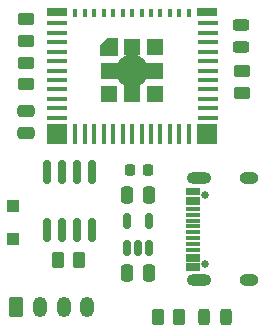
<source format=gbr>
%TF.GenerationSoftware,KiCad,Pcbnew,(6.0.7-1)-1*%
%TF.CreationDate,2022-11-24T20:11:51+01:00*%
%TF.ProjectId,Frost-ESP32,46726f73-742d-4455-9350-33322e6b6963,rev?*%
%TF.SameCoordinates,Original*%
%TF.FileFunction,Soldermask,Top*%
%TF.FilePolarity,Negative*%
%FSLAX46Y46*%
G04 Gerber Fmt 4.6, Leading zero omitted, Abs format (unit mm)*
G04 Created by KiCad (PCBNEW (6.0.7-1)-1) date 2022-11-24 20:11:51*
%MOMM*%
%LPD*%
G01*
G04 APERTURE LIST*
G04 Aperture macros list*
%AMRoundRect*
0 Rectangle with rounded corners*
0 $1 Rounding radius*
0 $2 $3 $4 $5 $6 $7 $8 $9 X,Y pos of 4 corners*
0 Add a 4 corners polygon primitive as box body*
4,1,4,$2,$3,$4,$5,$6,$7,$8,$9,$2,$3,0*
0 Add four circle primitives for the rounded corners*
1,1,$1+$1,$2,$3*
1,1,$1+$1,$4,$5*
1,1,$1+$1,$6,$7*
1,1,$1+$1,$8,$9*
0 Add four rect primitives between the rounded corners*
20,1,$1+$1,$2,$3,$4,$5,0*
20,1,$1+$1,$4,$5,$6,$7,0*
20,1,$1+$1,$6,$7,$8,$9,0*
20,1,$1+$1,$8,$9,$2,$3,0*%
%AMFreePoly0*
4,1,6,0.725000,-0.725000,-0.725000,-0.725000,-0.725000,0.125000,-0.125000,0.725000,0.725000,0.725000,0.725000,-0.725000,0.725000,-0.725000,$1*%
G04 Aperture macros list end*
%ADD10RoundRect,0.225000X-0.225000X-0.250000X0.225000X-0.250000X0.225000X0.250000X-0.225000X0.250000X0*%
%ADD11RoundRect,0.250000X0.450000X-0.262500X0.450000X0.262500X-0.450000X0.262500X-0.450000X-0.262500X0*%
%ADD12RoundRect,0.250000X-0.475000X0.250000X-0.475000X-0.250000X0.475000X-0.250000X0.475000X0.250000X0*%
%ADD13C,0.650000*%
%ADD14R,1.150000X0.300000*%
%ADD15O,2.100000X1.000000*%
%ADD16O,1.600000X1.000000*%
%ADD17RoundRect,0.243750X-0.456250X0.243750X-0.456250X-0.243750X0.456250X-0.243750X0.456250X0.243750X0*%
%ADD18RoundRect,0.250000X-0.350000X-0.625000X0.350000X-0.625000X0.350000X0.625000X-0.350000X0.625000X0*%
%ADD19O,1.200000X1.750000*%
%ADD20RoundRect,0.250000X-0.250000X-0.475000X0.250000X-0.475000X0.250000X0.475000X-0.250000X0.475000X0*%
%ADD21R,1.800000X0.400000*%
%ADD22R,0.400000X1.800000*%
%ADD23R,0.400000X0.800000*%
%ADD24R,1.450000X1.450000*%
%ADD25FreePoly0,0.000000*%
%ADD26C,2.800000*%
%ADD27R,1.700000X0.700000*%
%ADD28R,1.700000X1.700000*%
%ADD29RoundRect,0.250000X-0.262500X-0.450000X0.262500X-0.450000X0.262500X0.450000X-0.262500X0.450000X0*%
%ADD30RoundRect,0.250000X-0.450000X0.262500X-0.450000X-0.262500X0.450000X-0.262500X0.450000X0.262500X0*%
%ADD31RoundRect,0.243750X0.243750X0.456250X-0.243750X0.456250X-0.243750X-0.456250X0.243750X-0.456250X0*%
%ADD32RoundRect,0.150000X0.150000X-0.512500X0.150000X0.512500X-0.150000X0.512500X-0.150000X-0.512500X0*%
%ADD33RoundRect,0.250000X0.262500X0.450000X-0.262500X0.450000X-0.262500X-0.450000X0.262500X-0.450000X0*%
%ADD34RoundRect,0.150000X-0.150000X0.825000X-0.150000X-0.825000X0.150000X-0.825000X0.150000X0.825000X0*%
%ADD35R,1.100000X1.100000*%
G04 APERTURE END LIST*
D10*
%TO.C,C3*%
X106125000Y-81400000D03*
X107675000Y-81400000D03*
%TD*%
D11*
%TO.C,R2*%
X97300000Y-74112500D03*
X97300000Y-72287500D03*
%TD*%
D12*
%TO.C,C4*%
X97300000Y-76350000D03*
X97300000Y-78250000D03*
%TD*%
D13*
%TO.C,J3*%
X112495000Y-83510000D03*
X112495000Y-89290000D03*
D14*
X111430000Y-89750000D03*
X111430000Y-88950000D03*
X111430000Y-87650000D03*
X111430000Y-86650000D03*
X111430000Y-86150000D03*
X111430000Y-85150000D03*
X111430000Y-83850000D03*
X111430000Y-83050000D03*
X111430000Y-83350000D03*
X111430000Y-84150000D03*
X111430000Y-84650000D03*
X111430000Y-85650000D03*
X111430000Y-87150000D03*
X111430000Y-88150000D03*
X111430000Y-88650000D03*
X111430000Y-89450000D03*
D15*
X111995000Y-82080000D03*
D16*
X116175000Y-90720000D03*
X116175000Y-82080000D03*
D15*
X111995000Y-90720000D03*
%TD*%
D17*
%TO.C,D3*%
X115500000Y-69100000D03*
X115500000Y-70975000D03*
%TD*%
D18*
%TO.C,J2*%
X96500000Y-92950000D03*
D19*
X98500000Y-92950000D03*
X100500000Y-92950000D03*
X102500000Y-92950000D03*
%TD*%
D20*
%TO.C,C1*%
X105850000Y-90100000D03*
X107750000Y-90100000D03*
%TD*%
D21*
%TO.C,U1*%
X99900000Y-68950000D03*
X99900000Y-69750000D03*
X99900000Y-70550000D03*
X99900000Y-71350000D03*
X99900000Y-72150000D03*
X99900000Y-72950000D03*
X99900000Y-73750000D03*
X99900000Y-74550000D03*
X99900000Y-75350000D03*
X99900000Y-76150000D03*
X99900000Y-76950000D03*
D22*
X101500000Y-78350000D03*
X102300000Y-78350000D03*
X103100000Y-78350000D03*
X103900000Y-78350000D03*
X104700000Y-78350000D03*
X105500000Y-78350000D03*
X106300000Y-78350000D03*
X107100000Y-78350000D03*
X107900000Y-78350000D03*
X108700000Y-78350000D03*
X109500000Y-78350000D03*
X110300000Y-78350000D03*
X111100000Y-78350000D03*
D21*
X112700000Y-76950000D03*
X112700000Y-76150000D03*
X112700000Y-75350000D03*
X112700000Y-74550000D03*
X112700000Y-73750000D03*
X112700000Y-72950000D03*
X112700000Y-72150000D03*
X112700000Y-71350000D03*
X112700000Y-70550000D03*
X112700000Y-69750000D03*
X112700000Y-68950000D03*
D23*
X111100000Y-68050000D03*
X110300000Y-68050000D03*
X109500000Y-68050000D03*
X108700000Y-68050000D03*
X107900000Y-68050000D03*
X107100000Y-68050000D03*
X106300000Y-68050000D03*
X105500000Y-68050000D03*
X104700000Y-68050000D03*
X103900000Y-68050000D03*
X103100000Y-68050000D03*
X102300000Y-68050000D03*
X101500000Y-68050000D03*
D24*
X108275000Y-70975000D03*
X104325000Y-74925000D03*
X106300000Y-70975000D03*
D25*
X104325000Y-70975000D03*
D24*
X104325000Y-72950000D03*
X108275000Y-72950000D03*
D26*
X106300000Y-72950000D03*
D24*
X108275000Y-74925000D03*
X106300000Y-74925000D03*
D27*
X112650000Y-68000000D03*
D28*
X112650000Y-78350000D03*
X99950000Y-78350000D03*
D27*
X99950000Y-68000000D03*
%TD*%
D29*
%TO.C,R1*%
X108487500Y-93800000D03*
X110312500Y-93800000D03*
%TD*%
D20*
%TO.C,C2*%
X105850000Y-83500000D03*
X107750000Y-83500000D03*
%TD*%
D30*
%TO.C,R3*%
X97300000Y-68587500D03*
X97300000Y-70412500D03*
%TD*%
D11*
%TO.C,R5*%
X115600000Y-74812500D03*
X115600000Y-72987500D03*
%TD*%
D31*
%TO.C,D1*%
X114237500Y-93800000D03*
X112362500Y-93800000D03*
%TD*%
D32*
%TO.C,U2*%
X105850000Y-87937500D03*
X106800000Y-87937500D03*
X107750000Y-87937500D03*
X107750000Y-85662500D03*
X105850000Y-85662500D03*
%TD*%
D33*
%TO.C,R4*%
X101812500Y-89000000D03*
X99987500Y-89000000D03*
%TD*%
D34*
%TO.C,U3*%
X102905000Y-81525000D03*
X101635000Y-81525000D03*
X100365000Y-81525000D03*
X99095000Y-81525000D03*
X99095000Y-86475000D03*
X100365000Y-86475000D03*
X101635000Y-86475000D03*
X102905000Y-86475000D03*
%TD*%
D35*
%TO.C,D2*%
X96200000Y-84400000D03*
X96200000Y-87200000D03*
%TD*%
M02*

</source>
